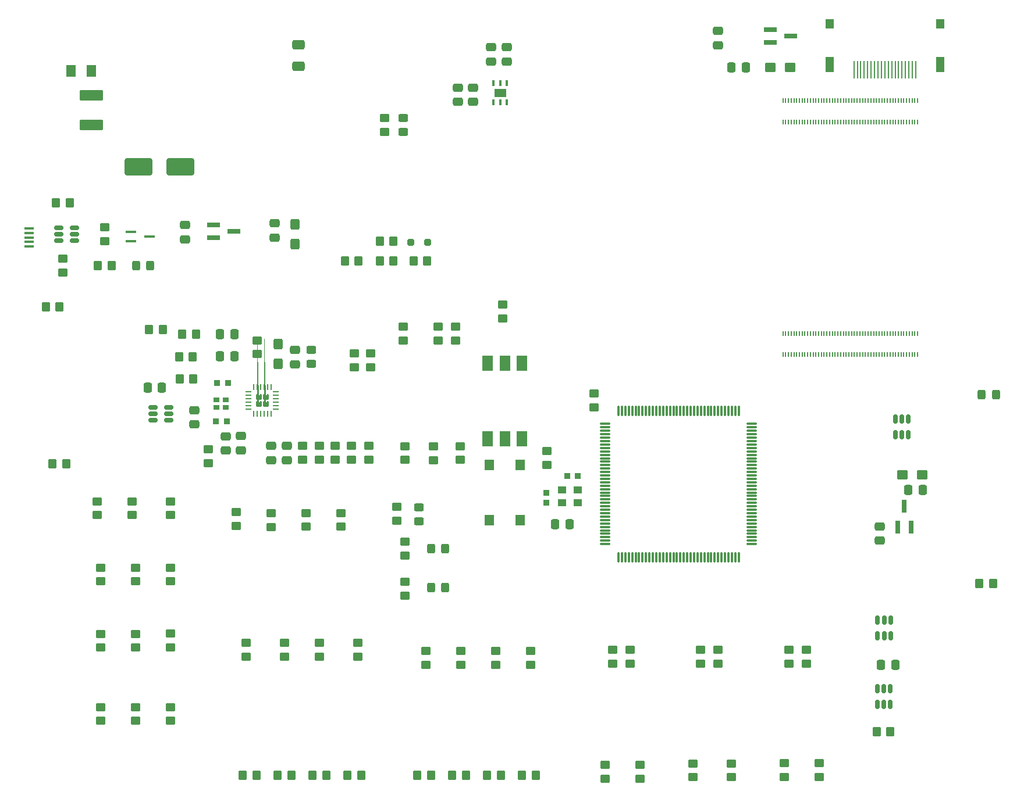
<source format=gbr>
%TF.GenerationSoftware,KiCad,Pcbnew,7.0.2*%
%TF.CreationDate,2023-08-01T13:01:46+02:00*%
%TF.ProjectId,jv_thesis,6a765f74-6865-4736-9973-2e6b69636164,rev?*%
%TF.SameCoordinates,Original*%
%TF.FileFunction,Paste,Top*%
%TF.FilePolarity,Positive*%
%FSLAX46Y46*%
G04 Gerber Fmt 4.6, Leading zero omitted, Abs format (unit mm)*
G04 Created by KiCad (PCBNEW 7.0.2) date 2023-08-01 13:01:46*
%MOMM*%
%LPD*%
G01*
G04 APERTURE LIST*
G04 Aperture macros list*
%AMRoundRect*
0 Rectangle with rounded corners*
0 $1 Rounding radius*
0 $2 $3 $4 $5 $6 $7 $8 $9 X,Y pos of 4 corners*
0 Add a 4 corners polygon primitive as box body*
4,1,4,$2,$3,$4,$5,$6,$7,$8,$9,$2,$3,0*
0 Add four circle primitives for the rounded corners*
1,1,$1+$1,$2,$3*
1,1,$1+$1,$4,$5*
1,1,$1+$1,$6,$7*
1,1,$1+$1,$8,$9*
0 Add four rect primitives between the rounded corners*
20,1,$1+$1,$2,$3,$4,$5,0*
20,1,$1+$1,$4,$5,$6,$7,0*
20,1,$1+$1,$6,$7,$8,$9,0*
20,1,$1+$1,$8,$9,$2,$3,0*%
%AMFreePoly0*
4,1,57,0.194009,0.449029,0.214144,0.449029,0.231582,0.438960,0.251037,0.433748,0.265277,0.419507,0.282717,0.409439,0.409439,0.282717,0.419508,0.265276,0.433748,0.251037,0.438960,0.231585,0.449030,0.214144,0.449030,0.194005,0.454242,0.174554,0.454242,-0.174554,0.449030,-0.194005,0.449030,-0.214144,0.438960,-0.231585,0.433748,-0.251037,0.419508,-0.265276,0.409439,-0.282717,
0.282717,-0.409439,0.265277,-0.419507,0.251037,-0.433748,0.231582,-0.438960,0.214144,-0.449029,0.194009,-0.449029,0.174554,-0.454242,-0.174554,-0.454242,-0.194005,-0.449030,-0.214144,-0.449030,-0.231585,-0.438960,-0.251037,-0.433748,-0.265276,-0.419508,-0.282717,-0.409439,-0.409439,-0.282717,-0.419507,-0.265277,-0.433748,-0.251037,-0.438960,-0.231582,-0.449029,-0.214144,-0.449029,-0.194008,
-0.454242,-0.174554,-0.454242,0.174554,-0.449029,0.194008,-0.449029,0.214144,-0.438960,0.231582,-0.433748,0.251037,-0.419507,0.265277,-0.409439,0.282717,-0.282717,0.409439,-0.265276,0.419508,-0.251037,0.433748,-0.231585,0.438960,-0.214144,0.449030,-0.194005,0.449030,-0.174554,0.454242,0.174554,0.454242,0.194009,0.449029,0.194009,0.449029,$1*%
G04 Aperture macros list end*
%ADD10C,0.010000*%
%ADD11RoundRect,0.250000X-0.337500X-0.475000X0.337500X-0.475000X0.337500X0.475000X-0.337500X0.475000X0*%
%ADD12RoundRect,0.250000X-0.450000X0.350000X-0.450000X-0.350000X0.450000X-0.350000X0.450000X0.350000X0*%
%ADD13RoundRect,0.250000X-1.450000X0.537500X-1.450000X-0.537500X1.450000X-0.537500X1.450000X0.537500X0*%
%ADD14RoundRect,0.250000X0.475000X-0.337500X0.475000X0.337500X-0.475000X0.337500X-0.475000X-0.337500X0*%
%ADD15RoundRect,0.250000X0.450000X-0.350000X0.450000X0.350000X-0.450000X0.350000X-0.450000X-0.350000X0*%
%ADD16RoundRect,0.250000X0.325000X0.450000X-0.325000X0.450000X-0.325000X-0.450000X0.325000X-0.450000X0*%
%ADD17R,0.850000X0.750000*%
%ADD18RoundRect,0.250000X-0.350000X-0.450000X0.350000X-0.450000X0.350000X0.450000X-0.350000X0.450000X0*%
%ADD19RoundRect,0.250000X-0.325000X-0.450000X0.325000X-0.450000X0.325000X0.450000X-0.325000X0.450000X0*%
%ADD20R,0.200000X0.700000*%
%ADD21R,1.900000X0.800000*%
%ADD22RoundRect,0.250000X-0.475000X0.337500X-0.475000X-0.337500X0.475000X-0.337500X0.475000X0.337500X0*%
%ADD23RoundRect,0.250000X0.450000X-0.325000X0.450000X0.325000X-0.450000X0.325000X-0.450000X-0.325000X0*%
%ADD24R,0.863600X0.965200*%
%ADD25RoundRect,0.250000X-0.250000X-0.250000X0.250000X-0.250000X0.250000X0.250000X-0.250000X0.250000X0*%
%ADD26R,1.295400X1.092200*%
%ADD27R,0.930000X0.940000*%
%ADD28RoundRect,0.250000X0.337500X0.475000X-0.337500X0.475000X-0.337500X-0.475000X0.337500X-0.475000X0*%
%ADD29R,0.280000X2.600000*%
%ADD30R,1.300000X1.400000*%
%ADD31R,1.300000X2.200000*%
%ADD32RoundRect,0.075000X-0.662500X-0.075000X0.662500X-0.075000X0.662500X0.075000X-0.662500X0.075000X0*%
%ADD33RoundRect,0.075000X-0.075000X-0.662500X0.075000X-0.662500X0.075000X0.662500X-0.075000X0.662500X0*%
%ADD34RoundRect,0.250000X0.425000X-0.537500X0.425000X0.537500X-0.425000X0.537500X-0.425000X-0.537500X0*%
%ADD35RoundRect,0.150000X0.150000X-0.512500X0.150000X0.512500X-0.150000X0.512500X-0.150000X-0.512500X0*%
%ADD36RoundRect,0.250000X-0.650000X0.412500X-0.650000X-0.412500X0.650000X-0.412500X0.650000X0.412500X0*%
%ADD37RoundRect,0.250000X-1.750000X-1.000000X1.750000X-1.000000X1.750000X1.000000X-1.750000X1.000000X0*%
%ADD38RoundRect,0.150000X0.512500X0.150000X-0.512500X0.150000X-0.512500X-0.150000X0.512500X-0.150000X0*%
%ADD39RoundRect,0.250000X-0.537500X-0.425000X0.537500X-0.425000X0.537500X0.425000X-0.537500X0.425000X0*%
%ADD40RoundRect,0.250000X-0.450000X0.325000X-0.450000X-0.325000X0.450000X-0.325000X0.450000X0.325000X0*%
%ADD41RoundRect,0.250000X0.350000X0.450000X-0.350000X0.450000X-0.350000X-0.450000X0.350000X-0.450000X0*%
%ADD42R,0.940000X0.930000*%
%ADD43RoundRect,0.250000X0.537500X0.425000X-0.537500X0.425000X-0.537500X-0.425000X0.537500X-0.425000X0*%
%ADD44R,1.500000X0.450000*%
%ADD45RoundRect,0.250001X-0.462499X-0.624999X0.462499X-0.624999X0.462499X0.624999X-0.462499X0.624999X0*%
%ADD46R,1.600200X2.311400*%
%ADD47R,0.800000X1.900000*%
%ADD48FreePoly0,0.000000*%
%ADD49RoundRect,0.062500X-0.325000X-0.062500X0.325000X-0.062500X0.325000X0.062500X-0.325000X0.062500X0*%
%ADD50RoundRect,0.062500X-0.062500X-0.325000X0.062500X-0.325000X0.062500X0.325000X-0.062500X0.325000X0*%
%ADD51RoundRect,0.040000X0.160000X-0.380000X0.160000X0.380000X-0.160000X0.380000X-0.160000X-0.380000X0*%
%ADD52RoundRect,0.040000X-0.160000X0.380000X-0.160000X-0.380000X0.160000X-0.380000X0.160000X0.380000X0*%
%ADD53R,1.400000X1.600000*%
%ADD54R,1.350000X0.400000*%
G04 APERTURE END LIST*
%TO.C,U4*%
D10*
X130532000Y-49086800D02*
X128872000Y-49086800D01*
X128872000Y-47946800D01*
X130532000Y-47946800D01*
X130532000Y-49086800D01*
G36*
X130532000Y-49086800D02*
G01*
X128872000Y-49086800D01*
X128872000Y-47946800D01*
X130532000Y-47946800D01*
X130532000Y-49086800D01*
G37*
%TD*%
D11*
%TO.C,C51*%
X185123000Y-131826000D03*
X187198000Y-131826000D03*
%TD*%
D12*
%TO.C,R39*%
X158877000Y-129683000D03*
X158877000Y-131683000D03*
%TD*%
D13*
%TO.C,C38*%
X70231000Y-48895000D03*
X70231000Y-53170000D03*
%TD*%
D12*
%TO.C,R54*%
X103390200Y-128672000D03*
X103390200Y-130672000D03*
%TD*%
D14*
%TO.C,C59*%
X128397000Y-43942000D03*
X128397000Y-41867000D03*
%TD*%
D15*
%TO.C,R12*%
X123190000Y-84582000D03*
X123190000Y-82582000D03*
%TD*%
D14*
%TO.C,C64*%
X184940000Y-113767500D03*
X184940000Y-111692500D03*
%TD*%
D16*
%TO.C,D3*%
X78773700Y-73679000D03*
X76723700Y-73679000D03*
%TD*%
D17*
%TO.C,CRYSTAL2*%
X88385700Y-94351000D03*
X89735700Y-94351000D03*
X89735700Y-93301000D03*
X88385700Y-93301000D03*
%TD*%
D12*
%TO.C,R42*%
X171704000Y-129683000D03*
X171704000Y-131683000D03*
%TD*%
D18*
%TO.C,R59*%
X97294200Y-147944000D03*
X99294200Y-147944000D03*
%TD*%
D12*
%TO.C,R66*%
X96393000Y-109760000D03*
X96393000Y-111760000D03*
%TD*%
D19*
%TO.C,D1*%
X199785700Y-92495000D03*
X201835700Y-92495000D03*
%TD*%
D15*
%TO.C,R2*%
X144972200Y-148466000D03*
X144972200Y-146466000D03*
%TD*%
D18*
%TO.C,R57*%
X107454200Y-147944000D03*
X109454200Y-147944000D03*
%TD*%
D20*
%TO.C,Module1*%
X170843700Y-86689000D03*
X170843700Y-83609000D03*
X171243700Y-86689000D03*
X171243700Y-83609000D03*
X171643700Y-86689000D03*
X171643700Y-83609000D03*
X172043700Y-86689000D03*
X172043700Y-83609000D03*
X172443700Y-86689000D03*
X172443700Y-83609000D03*
X172843700Y-86689000D03*
X172843700Y-83609000D03*
X173243700Y-86689000D03*
X173243700Y-83609000D03*
X173643700Y-86689000D03*
X173643700Y-83609000D03*
X174043700Y-86689000D03*
X174043700Y-83609000D03*
X174443700Y-86689000D03*
X174443700Y-83609000D03*
X174843700Y-86689000D03*
X174843700Y-83609000D03*
X175243700Y-86689000D03*
X175243700Y-83609000D03*
X175643700Y-86689000D03*
X175643700Y-83609000D03*
X176043700Y-86689000D03*
X176043700Y-83609000D03*
X176443700Y-86689000D03*
X176443700Y-83609000D03*
X176843700Y-86689000D03*
X176843700Y-83609000D03*
X177243700Y-86689000D03*
X177243700Y-83609000D03*
X177643700Y-86689000D03*
X177643700Y-83609000D03*
X178043700Y-86689000D03*
X178043700Y-83609000D03*
X178443700Y-86689000D03*
X178443700Y-83609000D03*
X178843700Y-86689000D03*
X178843700Y-83609000D03*
X179243700Y-86689000D03*
X179243700Y-83609000D03*
X179643700Y-86689000D03*
X179643700Y-83609000D03*
X180043700Y-86689000D03*
X180043700Y-83609000D03*
X180443700Y-86689000D03*
X180443700Y-83609000D03*
X180843700Y-86689000D03*
X180843700Y-83609000D03*
X181243700Y-86689000D03*
X181243700Y-83609000D03*
X181643700Y-86689000D03*
X181643700Y-83609000D03*
X182043700Y-86689000D03*
X182043700Y-83609000D03*
X182443700Y-86689000D03*
X182443700Y-83609000D03*
X182843700Y-86689000D03*
X182843700Y-83609000D03*
X183243700Y-86689000D03*
X183243700Y-83609000D03*
X183643700Y-86689000D03*
X183643700Y-83609000D03*
X184043700Y-86689000D03*
X184043700Y-83609000D03*
X184443700Y-86689000D03*
X184443700Y-83609000D03*
X184843700Y-86689000D03*
X184843700Y-83609000D03*
X185243700Y-86689000D03*
X185243700Y-83609000D03*
X185643700Y-86689000D03*
X185643700Y-83609000D03*
X186043700Y-86689000D03*
X186043700Y-83609000D03*
X186443700Y-86689000D03*
X186443700Y-83609000D03*
X186843700Y-86689000D03*
X186843700Y-83609000D03*
X187243700Y-86689000D03*
X187243700Y-83609000D03*
X187643700Y-86689000D03*
X187643700Y-83609000D03*
X188043700Y-86689000D03*
X188043700Y-83609000D03*
X188443700Y-86689000D03*
X188443700Y-83609000D03*
X188843700Y-86689000D03*
X188843700Y-83609000D03*
X189243700Y-86689000D03*
X189243700Y-83609000D03*
X189643700Y-86689000D03*
X189643700Y-83609000D03*
X190043700Y-86689000D03*
X190043700Y-83609000D03*
X190443700Y-86689000D03*
X190443700Y-83609000D03*
X170843700Y-52769000D03*
X170843700Y-49689000D03*
X171243700Y-52769000D03*
X171243700Y-49689000D03*
X171643700Y-52769000D03*
X171643700Y-49689000D03*
X172043700Y-52769000D03*
X172043700Y-49689000D03*
X172443700Y-52769000D03*
X172443700Y-49689000D03*
X172843700Y-52769000D03*
X172843700Y-49689000D03*
X173243700Y-52769000D03*
X173243700Y-49689000D03*
X173643700Y-52769000D03*
X173643700Y-49689000D03*
X174043700Y-52769000D03*
X174043700Y-49689000D03*
X174443700Y-52769000D03*
X174443700Y-49689000D03*
X174843700Y-52769000D03*
X174843700Y-49689000D03*
X175243700Y-52769000D03*
X175243700Y-49689000D03*
X175643700Y-52769000D03*
X175643700Y-49689000D03*
X176043700Y-52769000D03*
X176043700Y-49689000D03*
X176443700Y-52769000D03*
X176443700Y-49689000D03*
X176843700Y-52769000D03*
X176843700Y-49689000D03*
X177243700Y-52769000D03*
X177243700Y-49689000D03*
X177643700Y-52769000D03*
X177643700Y-49689000D03*
X178043700Y-52769000D03*
X178043700Y-49689000D03*
X178443700Y-52769000D03*
X178443700Y-49689000D03*
X178843700Y-52769000D03*
X178843700Y-49689000D03*
X179243700Y-52769000D03*
X179243700Y-49689000D03*
X179643700Y-52769000D03*
X179643700Y-49689000D03*
X180043700Y-52769000D03*
X180043700Y-49689000D03*
X180443700Y-52769000D03*
X180443700Y-49689000D03*
X180843700Y-52769000D03*
X180843700Y-49689000D03*
X181243700Y-52769000D03*
X181243700Y-49689000D03*
X181643700Y-52769000D03*
X181643700Y-49689000D03*
X182043700Y-52769000D03*
X182043700Y-49689000D03*
X182443700Y-52769000D03*
X182443700Y-49689000D03*
X182843700Y-52769000D03*
X182843700Y-49689000D03*
X183243700Y-52769000D03*
X183243700Y-49689000D03*
X183643700Y-52769000D03*
X183643700Y-49689000D03*
X184043700Y-52769000D03*
X184043700Y-49689000D03*
X184443700Y-52769000D03*
X184443700Y-49689000D03*
X184843700Y-52769000D03*
X184843700Y-49689000D03*
X185243700Y-52769000D03*
X185243700Y-49689000D03*
X185643700Y-52769000D03*
X185643700Y-49689000D03*
X186043700Y-52769000D03*
X186043700Y-49689000D03*
X186443700Y-52769000D03*
X186443700Y-49689000D03*
X186843700Y-52769000D03*
X186843700Y-49689000D03*
X187243700Y-52769000D03*
X187243700Y-49689000D03*
X187643700Y-52769000D03*
X187643700Y-49689000D03*
X188043700Y-52769000D03*
X188043700Y-49689000D03*
X188443700Y-52769000D03*
X188443700Y-49689000D03*
X188843700Y-52769000D03*
X188843700Y-49689000D03*
X189243700Y-52769000D03*
X189243700Y-49689000D03*
X189643700Y-52769000D03*
X189643700Y-49689000D03*
X190043700Y-52769000D03*
X190043700Y-49689000D03*
X190443700Y-52769000D03*
X190443700Y-49689000D03*
%TD*%
D12*
%TO.C,R68*%
X81755700Y-138031000D03*
X81755700Y-140031000D03*
%TD*%
D15*
%TO.C,R1*%
X143345700Y-94335000D03*
X143345700Y-92335000D03*
%TD*%
%TO.C,R22*%
X123862900Y-101995800D03*
X123862900Y-99995800D03*
%TD*%
D21*
%TO.C,U9*%
X168978700Y-39323000D03*
X168978700Y-41223000D03*
X171978700Y-40273000D03*
%TD*%
D18*
%TO.C,R52*%
X117630200Y-147944000D03*
X119630200Y-147944000D03*
%TD*%
D22*
%TO.C,C45*%
X89789000Y-98552000D03*
X89789000Y-100627000D03*
%TD*%
D18*
%TO.C,R9*%
X112165700Y-70109000D03*
X114165700Y-70109000D03*
%TD*%
D12*
%TO.C,R56*%
X92722200Y-128656000D03*
X92722200Y-130656000D03*
%TD*%
%TO.C,R26*%
X108458000Y-86519000D03*
X108458000Y-88519000D03*
%TD*%
D23*
%TO.C,D2*%
X115570000Y-54247000D03*
X115570000Y-52197000D03*
%TD*%
D12*
%TO.C,R77*%
X81755700Y-108059000D03*
X81755700Y-110059000D03*
%TD*%
D15*
%TO.C,R27*%
X105664000Y-101949000D03*
X105664000Y-99949000D03*
%TD*%
D24*
%TO.C,C40*%
X89916000Y-96393000D03*
X88315800Y-96393000D03*
%TD*%
D12*
%TO.C,R76*%
X71595700Y-117695000D03*
X71595700Y-119695000D03*
%TD*%
D21*
%TO.C,U2*%
X87986500Y-67757000D03*
X87986500Y-69657000D03*
X90986500Y-68707000D03*
%TD*%
D22*
%TO.C,C58*%
X161378700Y-39507500D03*
X161378700Y-41582500D03*
%TD*%
D25*
%TO.C,D4*%
X116661700Y-70348000D03*
X119161700Y-70348000D03*
%TD*%
D26*
%TO.C,CRYSTAL1*%
X140995700Y-106404999D03*
X138695700Y-106404999D03*
X138695700Y-108205001D03*
X140995700Y-108205001D03*
%TD*%
D18*
%TO.C,R31*%
X83050000Y-90200000D03*
X85050000Y-90200000D03*
%TD*%
D12*
%TO.C,R63*%
X174244000Y-129699000D03*
X174244000Y-131699000D03*
%TD*%
D27*
%TO.C,C41*%
X136409700Y-108275999D03*
X136409700Y-106785999D03*
%TD*%
D28*
%TO.C,C63*%
X191187500Y-106390000D03*
X189112500Y-106390000D03*
%TD*%
D12*
%TO.C,R78*%
X76167700Y-108059000D03*
X76167700Y-110059000D03*
%TD*%
D15*
%TO.C,R28*%
X94361000Y-86582000D03*
X94361000Y-84582000D03*
%TD*%
D18*
%TO.C,R49*%
X132870200Y-147944000D03*
X134870200Y-147944000D03*
%TD*%
%TO.C,R34*%
X64575700Y-102575000D03*
X66575700Y-102575000D03*
%TD*%
%TO.C,R61*%
X199403500Y-120030400D03*
X201403500Y-120030400D03*
%TD*%
D11*
%TO.C,C46*%
X88926700Y-83683000D03*
X91001700Y-83683000D03*
%TD*%
D12*
%TO.C,R14*%
X66064700Y-72679000D03*
X66064700Y-74679000D03*
%TD*%
D15*
%TO.C,R36*%
X157775700Y-148247000D03*
X157775700Y-146247000D03*
%TD*%
D29*
%TO.C,J9*%
X181178700Y-45205000D03*
X181678700Y-45205000D03*
X182178700Y-45205000D03*
X182678700Y-45205000D03*
X183178700Y-45205000D03*
X183678700Y-45205000D03*
X184178700Y-45205000D03*
X184678700Y-45205000D03*
X185178700Y-45205000D03*
X185678700Y-45205000D03*
X186178700Y-45205000D03*
X186678700Y-45205000D03*
X187178700Y-45205000D03*
X187678700Y-45205000D03*
X188178700Y-45205000D03*
X188678700Y-45205000D03*
X189178700Y-45205000D03*
X189678700Y-45205000D03*
X190178700Y-45205000D03*
D30*
X177628700Y-38485000D03*
D31*
X177628700Y-44445000D03*
D30*
X193728700Y-38485000D03*
D31*
X193728700Y-44445000D03*
%TD*%
D15*
%TO.C,R20*%
X115862900Y-102005800D03*
X115862900Y-100005800D03*
%TD*%
D32*
%TO.C,U1*%
X145005700Y-96771500D03*
X145005700Y-97271500D03*
X145005700Y-97771500D03*
X145005700Y-98271500D03*
X145005700Y-98771500D03*
X145005700Y-99271500D03*
X145005700Y-99771500D03*
X145005700Y-100271500D03*
X145005700Y-100771500D03*
X145005700Y-101271500D03*
X145005700Y-101771500D03*
X145005700Y-102271500D03*
X145005700Y-102771500D03*
X145005700Y-103271500D03*
X145005700Y-103771500D03*
X145005700Y-104271500D03*
X145005700Y-104771500D03*
X145005700Y-105271500D03*
X145005700Y-105771500D03*
X145005700Y-106271500D03*
X145005700Y-106771500D03*
X145005700Y-107271500D03*
X145005700Y-107771500D03*
X145005700Y-108271500D03*
X145005700Y-108771500D03*
X145005700Y-109271500D03*
X145005700Y-109771500D03*
X145005700Y-110271500D03*
X145005700Y-110771500D03*
X145005700Y-111271500D03*
X145005700Y-111771500D03*
X145005700Y-112271500D03*
X145005700Y-112771500D03*
X145005700Y-113271500D03*
X145005700Y-113771500D03*
X145005700Y-114271500D03*
D33*
X146918200Y-116184000D03*
X147418200Y-116184000D03*
X147918200Y-116184000D03*
X148418200Y-116184000D03*
X148918200Y-116184000D03*
X149418200Y-116184000D03*
X149918200Y-116184000D03*
X150418200Y-116184000D03*
X150918200Y-116184000D03*
X151418200Y-116184000D03*
X151918200Y-116184000D03*
X152418200Y-116184000D03*
X152918200Y-116184000D03*
X153418200Y-116184000D03*
X153918200Y-116184000D03*
X154418200Y-116184000D03*
X154918200Y-116184000D03*
X155418200Y-116184000D03*
X155918200Y-116184000D03*
X156418200Y-116184000D03*
X156918200Y-116184000D03*
X157418200Y-116184000D03*
X157918200Y-116184000D03*
X158418200Y-116184000D03*
X158918200Y-116184000D03*
X159418200Y-116184000D03*
X159918200Y-116184000D03*
X160418200Y-116184000D03*
X160918200Y-116184000D03*
X161418200Y-116184000D03*
X161918200Y-116184000D03*
X162418200Y-116184000D03*
X162918200Y-116184000D03*
X163418200Y-116184000D03*
X163918200Y-116184000D03*
X164418200Y-116184000D03*
D32*
X166330700Y-114271500D03*
X166330700Y-113771500D03*
X166330700Y-113271500D03*
X166330700Y-112771500D03*
X166330700Y-112271500D03*
X166330700Y-111771500D03*
X166330700Y-111271500D03*
X166330700Y-110771500D03*
X166330700Y-110271500D03*
X166330700Y-109771500D03*
X166330700Y-109271500D03*
X166330700Y-108771500D03*
X166330700Y-108271500D03*
X166330700Y-107771500D03*
X166330700Y-107271500D03*
X166330700Y-106771500D03*
X166330700Y-106271500D03*
X166330700Y-105771500D03*
X166330700Y-105271500D03*
X166330700Y-104771500D03*
X166330700Y-104271500D03*
X166330700Y-103771500D03*
X166330700Y-103271500D03*
X166330700Y-102771500D03*
X166330700Y-102271500D03*
X166330700Y-101771500D03*
X166330700Y-101271500D03*
X166330700Y-100771500D03*
X166330700Y-100271500D03*
X166330700Y-99771500D03*
X166330700Y-99271500D03*
X166330700Y-98771500D03*
X166330700Y-98271500D03*
X166330700Y-97771500D03*
X166330700Y-97271500D03*
X166330700Y-96771500D03*
D33*
X164418200Y-94859000D03*
X163918200Y-94859000D03*
X163418200Y-94859000D03*
X162918200Y-94859000D03*
X162418200Y-94859000D03*
X161918200Y-94859000D03*
X161418200Y-94859000D03*
X160918200Y-94859000D03*
X160418200Y-94859000D03*
X159918200Y-94859000D03*
X159418200Y-94859000D03*
X158918200Y-94859000D03*
X158418200Y-94859000D03*
X157918200Y-94859000D03*
X157418200Y-94859000D03*
X156918200Y-94859000D03*
X156418200Y-94859000D03*
X155918200Y-94859000D03*
X155418200Y-94859000D03*
X154918200Y-94859000D03*
X154418200Y-94859000D03*
X153918200Y-94859000D03*
X153418200Y-94859000D03*
X152918200Y-94859000D03*
X152418200Y-94859000D03*
X151918200Y-94859000D03*
X151418200Y-94859000D03*
X150918200Y-94859000D03*
X150418200Y-94859000D03*
X149918200Y-94859000D03*
X149418200Y-94859000D03*
X148918200Y-94859000D03*
X148418200Y-94859000D03*
X147918200Y-94859000D03*
X147418200Y-94859000D03*
X146918200Y-94859000D03*
%TD*%
D19*
%TO.C,D6*%
X119638500Y-114899600D03*
X121688500Y-114899600D03*
%TD*%
D12*
%TO.C,R64*%
X106553000Y-109744000D03*
X106553000Y-111744000D03*
%TD*%
%TO.C,R47*%
X123952000Y-129826000D03*
X123952000Y-131826000D03*
%TD*%
D28*
%TO.C,C54*%
X165416200Y-44845000D03*
X163341200Y-44845000D03*
%TD*%
D19*
%TO.C,D7*%
X119663900Y-120589200D03*
X121713900Y-120589200D03*
%TD*%
D24*
%TO.C,C32*%
X90081900Y-90795000D03*
X88481700Y-90795000D03*
%TD*%
D18*
%TO.C,R44*%
X184493700Y-141595000D03*
X186493700Y-141595000D03*
%TD*%
D34*
%TO.C,C36*%
X97409000Y-88011000D03*
X97409000Y-85136000D03*
%TD*%
D12*
%TO.C,R48*%
X118872000Y-129826000D03*
X118872000Y-131826000D03*
%TD*%
%TO.C,R46*%
X129032000Y-129826000D03*
X129032000Y-131826000D03*
%TD*%
D15*
%TO.C,R5*%
X112903000Y-54197000D03*
X112903000Y-52197000D03*
%TD*%
D18*
%TO.C,R30*%
X78630000Y-82980000D03*
X80630000Y-82980000D03*
%TD*%
D12*
%TO.C,R75*%
X76675700Y-117711000D03*
X76675700Y-119711000D03*
%TD*%
D22*
%TO.C,C48*%
X85217000Y-94742000D03*
X85217000Y-96817000D03*
%TD*%
D15*
%TO.C,R18*%
X108077000Y-101981000D03*
X108077000Y-99981000D03*
%TD*%
D12*
%TO.C,R25*%
X110871000Y-86519000D03*
X110871000Y-88519000D03*
%TD*%
%TO.C,R45*%
X134112000Y-129826000D03*
X134112000Y-131826000D03*
%TD*%
D34*
%TO.C,C33*%
X99829700Y-70538500D03*
X99829700Y-67663500D03*
%TD*%
D18*
%TO.C,R37*%
X63575700Y-79745000D03*
X65575700Y-79745000D03*
%TD*%
D15*
%TO.C,R24*%
X100965000Y-101949000D03*
X100965000Y-99949000D03*
%TD*%
D23*
%TO.C,FB2*%
X102235000Y-88011000D03*
X102235000Y-85961000D03*
%TD*%
D15*
%TO.C,R11*%
X120650000Y-84582000D03*
X120650000Y-82582000D03*
%TD*%
D18*
%TO.C,R60*%
X92214200Y-147944000D03*
X94214200Y-147944000D03*
%TD*%
D12*
%TO.C,R43*%
X161417000Y-129683000D03*
X161417000Y-131683000D03*
%TD*%
%TO.C,R4*%
X146050000Y-129667000D03*
X146050000Y-131667000D03*
%TD*%
%TO.C,R53*%
X108978200Y-128672000D03*
X108978200Y-130672000D03*
%TD*%
D35*
%TO.C,U7*%
X184625700Y-127614000D03*
X185575700Y-127614000D03*
X186525700Y-127614000D03*
X186525700Y-125339000D03*
X185575700Y-125339000D03*
X184625700Y-125339000D03*
%TD*%
D12*
%TO.C,R74*%
X81755700Y-117695000D03*
X81755700Y-119695000D03*
%TD*%
D36*
%TO.C,C37*%
X100330000Y-41529000D03*
X100330000Y-44654000D03*
%TD*%
D37*
%TO.C,C34*%
X77089000Y-59309000D03*
X83189000Y-59309000D03*
%TD*%
D18*
%TO.C,R50*%
X127806200Y-147944000D03*
X129806200Y-147944000D03*
%TD*%
D15*
%TO.C,R13*%
X130048000Y-81375000D03*
X130048000Y-79375000D03*
%TD*%
D12*
%TO.C,R79*%
X71087700Y-108059000D03*
X71087700Y-110059000D03*
%TD*%
D11*
%TO.C,C53*%
X78380300Y-91455400D03*
X80455300Y-91455400D03*
%TD*%
D12*
%TO.C,R71*%
X71595700Y-127363000D03*
X71595700Y-129363000D03*
%TD*%
D22*
%TO.C,C62*%
X123571000Y-47752000D03*
X123571000Y-49827000D03*
%TD*%
D38*
%TO.C,U12*%
X67710200Y-70057000D03*
X67710200Y-69107000D03*
X67710200Y-68157000D03*
X65435200Y-68157000D03*
X65435200Y-69107000D03*
X65435200Y-70057000D03*
%TD*%
D15*
%TO.C,R81*%
X115825700Y-115945000D03*
X115825700Y-113945000D03*
%TD*%
D14*
%TO.C,C60*%
X98679000Y-102024000D03*
X98679000Y-99949000D03*
%TD*%
D22*
%TO.C,C50*%
X125730000Y-47752000D03*
X125730000Y-49827000D03*
%TD*%
D15*
%TO.C,R38*%
X163363700Y-148247000D03*
X163363700Y-146247000D03*
%TD*%
D14*
%TO.C,C49*%
X99822000Y-88054000D03*
X99822000Y-85979000D03*
%TD*%
D15*
%TO.C,R40*%
X171076200Y-148212000D03*
X171076200Y-146212000D03*
%TD*%
D35*
%TO.C,U5*%
X187201300Y-98333300D03*
X188151300Y-98333300D03*
X189101300Y-98333300D03*
X189101300Y-96058300D03*
X188151300Y-96058300D03*
X187201300Y-96058300D03*
%TD*%
D12*
%TO.C,R65*%
X101473000Y-109744000D03*
X101473000Y-111744000D03*
%TD*%
D39*
%TO.C,C35*%
X169041200Y-44845000D03*
X171916200Y-44845000D03*
%TD*%
D15*
%TO.C,R19*%
X110617000Y-101981000D03*
X110617000Y-99981000D03*
%TD*%
D12*
%TO.C,R69*%
X81755700Y-127331000D03*
X81755700Y-129331000D03*
%TD*%
D40*
%TO.C,D5*%
X117856000Y-108905200D03*
X117856000Y-110955200D03*
%TD*%
D15*
%TO.C,R10*%
X115570000Y-84582000D03*
X115570000Y-82582000D03*
%TD*%
%TO.C,R21*%
X119982900Y-102065800D03*
X119982900Y-100065800D03*
%TD*%
D12*
%TO.C,R73*%
X71595700Y-138031000D03*
X71595700Y-140031000D03*
%TD*%
D41*
%TO.C,R6*%
X119095700Y-73025000D03*
X117095700Y-73025000D03*
%TD*%
D42*
%TO.C,C31*%
X139491700Y-104372999D03*
X140981700Y-104372999D03*
%TD*%
D14*
%TO.C,C42*%
X96901000Y-69630500D03*
X96901000Y-67555500D03*
%TD*%
D15*
%TO.C,R41*%
X176156200Y-148212000D03*
X176156200Y-146212000D03*
%TD*%
%TO.C,R23*%
X103378000Y-101949000D03*
X103378000Y-99949000D03*
%TD*%
D12*
%TO.C,R55*%
X98310200Y-128672000D03*
X98310200Y-130672000D03*
%TD*%
%TO.C,R33*%
X87249000Y-100473000D03*
X87249000Y-102473000D03*
%TD*%
D28*
%TO.C,C29*%
X139803200Y-111405000D03*
X137728200Y-111405000D03*
%TD*%
D14*
%TO.C,C43*%
X96393000Y-102024000D03*
X96393000Y-99949000D03*
%TD*%
D22*
%TO.C,C44*%
X91948000Y-98530500D03*
X91948000Y-100605500D03*
%TD*%
D12*
%TO.C,R67*%
X91313000Y-109633000D03*
X91313000Y-111633000D03*
%TD*%
%TO.C,R16*%
X72160700Y-68107000D03*
X72160700Y-70107000D03*
%TD*%
D43*
%TO.C,C39*%
X191135000Y-104140000D03*
X188260000Y-104140000D03*
%TD*%
D41*
%TO.C,R8*%
X114173000Y-73025000D03*
X112173000Y-73025000D03*
%TD*%
D44*
%TO.C,Q1*%
X75989200Y-68804000D03*
X75989200Y-70104000D03*
X78649200Y-69454000D03*
%TD*%
D41*
%TO.C,R17*%
X73160700Y-73679000D03*
X71160700Y-73679000D03*
%TD*%
D11*
%TO.C,C47*%
X88952500Y-86950000D03*
X91027500Y-86950000D03*
%TD*%
D41*
%TO.C,R32*%
X84980000Y-87030000D03*
X82980000Y-87030000D03*
%TD*%
D12*
%TO.C,R70*%
X76675700Y-127347000D03*
X76675700Y-129347000D03*
%TD*%
D14*
%TO.C,C61*%
X130683000Y-43942000D03*
X130683000Y-41867000D03*
%TD*%
D15*
%TO.C,R80*%
X114681000Y-110871000D03*
X114681000Y-108871000D03*
%TD*%
D12*
%TO.C,R72*%
X76675700Y-138031000D03*
X76675700Y-140031000D03*
%TD*%
D41*
%TO.C,R7*%
X109093000Y-73025000D03*
X107093000Y-73025000D03*
%TD*%
D45*
%TO.C,F1*%
X67256000Y-45339000D03*
X70231000Y-45339000D03*
%TD*%
D46*
%TO.C,SW3*%
X132875700Y-87911201D03*
X130375700Y-87911201D03*
X127875700Y-87911201D03*
X127875700Y-98911199D03*
X130375700Y-98911199D03*
X132875700Y-98911199D03*
%TD*%
D22*
%TO.C,C30*%
X83820000Y-67775000D03*
X83820000Y-69850000D03*
%TD*%
D38*
%TO.C,U8*%
X81485200Y-96257000D03*
X81485200Y-95307000D03*
X81485200Y-94357000D03*
X79210200Y-94357000D03*
X79210200Y-95307000D03*
X79210200Y-96257000D03*
%TD*%
D47*
%TO.C,U13*%
X187572100Y-111779100D03*
X189472100Y-111779100D03*
X188522100Y-108779100D03*
%TD*%
D48*
%TO.C,U6*%
X94606200Y-92855500D03*
X94606200Y-93830500D03*
X95581200Y-92855500D03*
X95581200Y-93830500D03*
D49*
X93106200Y-92093000D03*
X93106200Y-92593000D03*
X93106200Y-93093000D03*
X93106200Y-93593000D03*
X93106200Y-94093000D03*
X93106200Y-94593000D03*
D50*
X93843700Y-95330500D03*
X94343700Y-95330500D03*
X94843700Y-95330500D03*
X95343700Y-95330500D03*
X95843700Y-95330500D03*
X96343700Y-95330500D03*
D49*
X97081200Y-94593000D03*
X97081200Y-94093000D03*
X97081200Y-93593000D03*
X97081200Y-93093000D03*
X97081200Y-92593000D03*
X97081200Y-92093000D03*
D50*
X96343700Y-91355500D03*
X95843700Y-91355500D03*
X95343700Y-91355500D03*
X94843700Y-91355500D03*
X94343700Y-91355500D03*
X93843700Y-91355500D03*
%TD*%
D41*
%TO.C,R15*%
X67080700Y-64535000D03*
X65080700Y-64535000D03*
%TD*%
D51*
%TO.C,U4*%
X128752000Y-49951800D03*
X129702000Y-49951800D03*
X130652000Y-49951800D03*
D52*
X130652000Y-47081800D03*
X129702000Y-47081800D03*
X128752000Y-47081800D03*
%TD*%
D18*
%TO.C,R58*%
X102374200Y-147944000D03*
X104374200Y-147944000D03*
%TD*%
D15*
%TO.C,R3*%
X150052200Y-148450000D03*
X150052200Y-146450000D03*
%TD*%
D35*
%TO.C,U10*%
X184559700Y-137652500D03*
X185509700Y-137652500D03*
X186459700Y-137652500D03*
X186459700Y-135377500D03*
X185509700Y-135377500D03*
X184559700Y-135377500D03*
%TD*%
D53*
%TO.C,SW1*%
X128088000Y-110744000D03*
X128088000Y-102744000D03*
X132588000Y-110744000D03*
X132588000Y-102744000D03*
%TD*%
D15*
%TO.C,R82*%
X115825700Y-121765000D03*
X115825700Y-119765000D03*
%TD*%
%TO.C,R87*%
X136525000Y-102711000D03*
X136525000Y-100711000D03*
%TD*%
D12*
%TO.C,R35*%
X148590000Y-129667000D03*
X148590000Y-131667000D03*
%TD*%
D18*
%TO.C,R51*%
X122726200Y-147944000D03*
X124726200Y-147944000D03*
%TD*%
D54*
%TO.C,J1*%
X61138700Y-68315000D03*
X61138700Y-68965000D03*
X61138700Y-69615000D03*
X61138700Y-70265000D03*
X61138700Y-70915000D03*
%TD*%
D41*
%TO.C,R29*%
X85433700Y-83683000D03*
X83433700Y-83683000D03*
%TD*%
M02*

</source>
